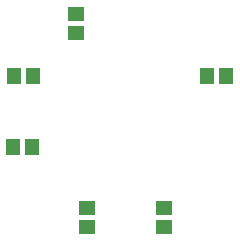
<source format=gbp>
G04 Layer_Color=16770453*
%FSLAX25Y25*%
%MOIN*%
G70*
G01*
G75*
%ADD14R,0.05118X0.05709*%
%ADD37R,0.05709X0.05118*%
D14*
X229650Y279700D02*
D03*
X235950D02*
D03*
X294250Y279800D02*
D03*
X300550D02*
D03*
X229550Y256100D02*
D03*
X235850D02*
D03*
D37*
X254200Y229550D02*
D03*
Y235850D02*
D03*
X250300Y294250D02*
D03*
Y300550D02*
D03*
X279700Y235850D02*
D03*
Y229550D02*
D03*
M02*

</source>
